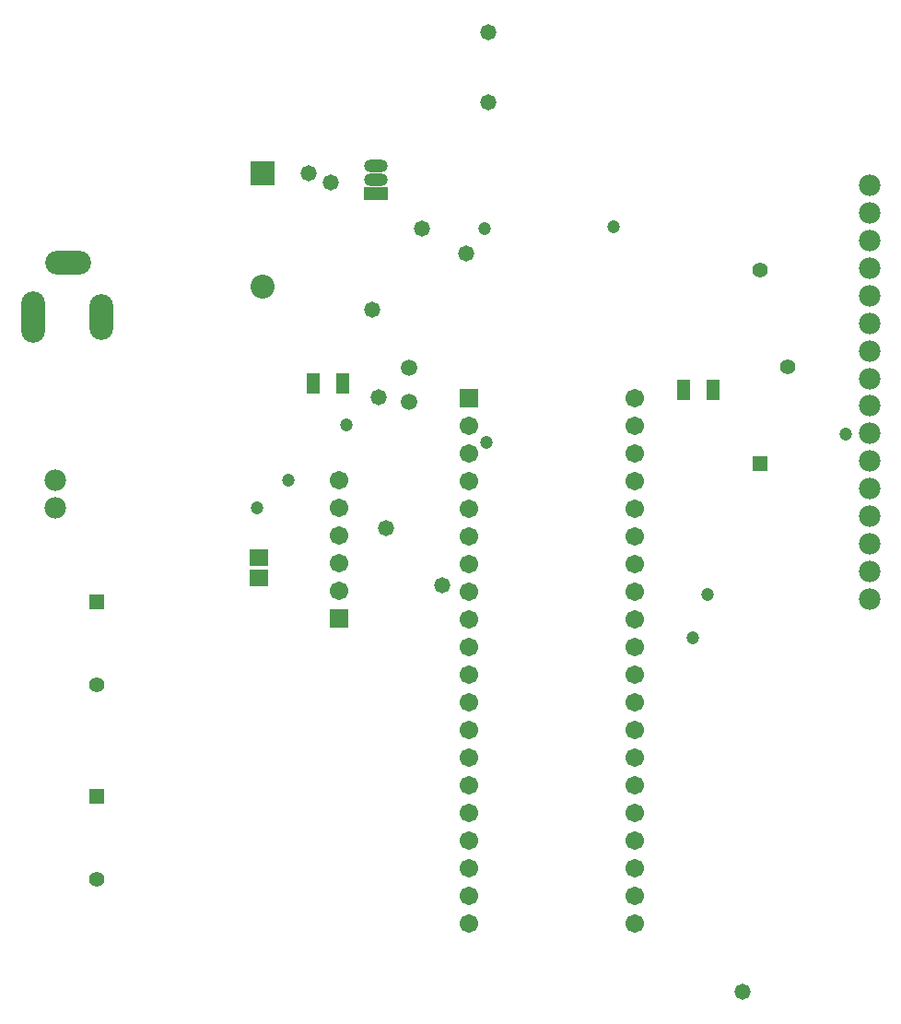
<source format=gbs>
G04*
G04 #@! TF.GenerationSoftware,Altium Limited,Altium Designer,23.1.1 (15)*
G04*
G04 Layer_Color=16711935*
%FSLAX44Y44*%
%MOMM*%
G71*
G04*
G04 #@! TF.SameCoordinates,D6B2EDEF-5A9D-4844-A5D7-26F624485CE4*
G04*
G04*
G04 #@! TF.FilePolarity,Negative*
G04*
G01*
G75*
%ADD24R,1.3032X1.9032*%
%ADD25R,1.7032X1.5032*%
%ADD30C,1.9812*%
%ADD31C,1.5032*%
%ADD32C,1.7032*%
%ADD33R,1.7032X1.7032*%
%ADD34R,1.7032X1.7032*%
%ADD35R,1.4032X1.4032*%
%ADD36C,1.4032*%
%ADD37O,2.2032X1.2032*%
%ADD38R,2.2032X1.2032*%
%ADD39C,2.2032*%
%ADD40R,2.2032X2.2032*%
%ADD41O,2.2032X4.7032*%
%ADD42O,2.2032X4.2032*%
%ADD43O,4.2032X2.2032*%
%ADD44C,1.7032*%
%ADD45C,1.4732*%
%ADD46C,1.2032*%
D24*
X711670Y896620D02*
D03*
X738670D02*
D03*
X1052030Y890270D02*
D03*
X1079030D02*
D03*
D25*
X661670Y736550D02*
D03*
Y717550D02*
D03*
D30*
X474980Y807720D02*
D03*
Y782320D02*
D03*
X1223010Y749300D02*
D03*
Y774700D02*
D03*
Y900430D02*
D03*
Y925830D02*
D03*
Y951230D02*
D03*
Y976630D02*
D03*
Y850900D02*
D03*
Y825500D02*
D03*
Y1027430D02*
D03*
Y800100D02*
D03*
Y1002030D02*
D03*
Y1052830D02*
D03*
Y1078230D02*
D03*
Y723900D02*
D03*
Y698500D02*
D03*
Y876300D02*
D03*
D31*
X800100Y910590D02*
D03*
Y879590D02*
D03*
D32*
X1007110Y400050D02*
D03*
Y425450D02*
D03*
Y450850D02*
D03*
Y476250D02*
D03*
Y501650D02*
D03*
Y527050D02*
D03*
Y552450D02*
D03*
Y577850D02*
D03*
Y603250D02*
D03*
Y628650D02*
D03*
Y654050D02*
D03*
Y679450D02*
D03*
Y704850D02*
D03*
Y730250D02*
D03*
Y755650D02*
D03*
Y781050D02*
D03*
Y806450D02*
D03*
Y831850D02*
D03*
Y857250D02*
D03*
Y882650D02*
D03*
X854710Y400050D02*
D03*
Y425450D02*
D03*
Y450850D02*
D03*
Y476250D02*
D03*
Y501650D02*
D03*
Y527050D02*
D03*
Y552450D02*
D03*
Y577850D02*
D03*
Y603250D02*
D03*
Y628650D02*
D03*
Y654050D02*
D03*
Y679450D02*
D03*
Y704850D02*
D03*
Y730250D02*
D03*
Y755650D02*
D03*
Y781050D02*
D03*
Y806450D02*
D03*
Y831850D02*
D03*
Y857250D02*
D03*
X735330Y706120D02*
D03*
Y731520D02*
D03*
Y756920D02*
D03*
Y782320D02*
D03*
Y807720D02*
D03*
X516820Y967580D02*
D03*
Y947580D02*
D03*
X476820Y1007580D02*
D03*
X496820D02*
D03*
D33*
X854710Y882650D02*
D03*
D34*
X735330Y680720D02*
D03*
D35*
X1122820Y822960D02*
D03*
X513080Y516890D02*
D03*
Y695960D02*
D03*
D36*
X1122820Y1000760D02*
D03*
X1148220Y911860D02*
D03*
X513080Y440690D02*
D03*
Y619760D02*
D03*
D37*
X769620Y1096010D02*
D03*
Y1083310D02*
D03*
D38*
Y1070610D02*
D03*
D39*
X665480Y985060D02*
D03*
D40*
Y1089660D02*
D03*
D41*
X454820Y957580D02*
D03*
D42*
X516820D02*
D03*
D43*
X486820Y1007580D02*
D03*
D44*
X454820Y945080D02*
D03*
Y970080D02*
D03*
D45*
X872490Y1154430D02*
D03*
Y1219200D02*
D03*
X1106170Y337820D02*
D03*
X772160Y883920D02*
D03*
X778510Y763270D02*
D03*
X830580Y711200D02*
D03*
X727710Y1080770D02*
D03*
X765810Y963930D02*
D03*
X707390Y1089660D02*
D03*
X852170Y1016000D02*
D03*
X811530Y1038860D02*
D03*
D46*
X689356Y807720D02*
D03*
X871210Y842528D02*
D03*
X742188Y858266D02*
D03*
X1060450Y662940D02*
D03*
X660654Y782320D02*
D03*
X1074554Y702444D02*
D03*
X1201420Y850168D02*
D03*
X869442Y1038822D02*
D03*
X987552Y1040515D02*
D03*
M02*

</source>
